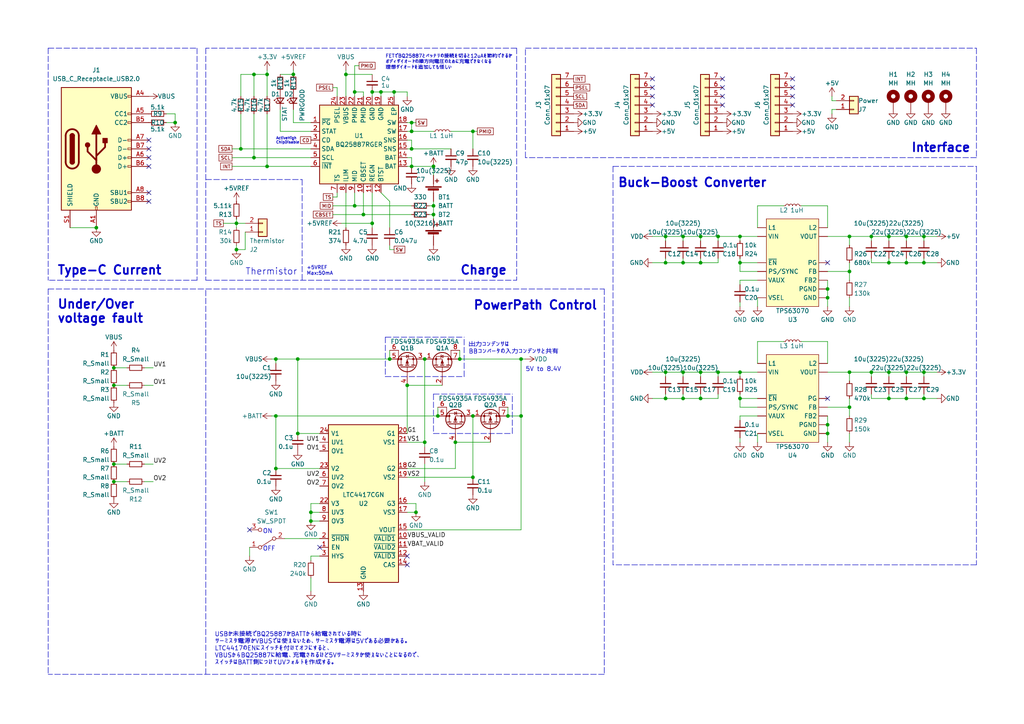
<source format=kicad_sch>
(kicad_sch (version 20211123) (generator eeschema)
  (paper "A4")
  (junction (at 257.81 115.57))
  (junction (at 119.38 38.1))
  (junction (at 262.89 115.57))
  (junction (at 262.89 68.58))
  (junction (at 120.65 148.59))
  (junction (at 262.89 76.2))
  (junction (at 257.81 68.58))
  (junction (at 198.12 115.57))
  (junction (at 119.38 48.26))
  (junction (at 119.38 35.56))
  (junction (at 100.33 21.59))
  (junction (at 113.03 104.14))
  (junction (at 33.02 139.7))
  (junction (at 240.03 125.73))
  (junction (at 151.13 120.65))
  (junction (at 198.12 76.2))
  (junction (at 198.12 107.95))
  (junction (at 257.81 76.2))
  (junction (at 267.97 68.58))
  (junction (at 246.38 118.11))
  (junction (at 110.49 26.67))
  (junction (at 203.2 107.95))
  (junction (at 203.2 115.57))
  (junction (at 246.38 68.58))
  (junction (at 114.3 26.67))
  (junction (at 125.73 48.26))
  (junction (at 123.19 128.27))
  (junction (at 118.11 111.76))
  (junction (at 208.28 68.58))
  (junction (at 198.12 68.58))
  (junction (at 107.95 64.77))
  (junction (at 203.2 68.58))
  (junction (at 102.87 26.67))
  (junction (at 193.04 115.57))
  (junction (at 193.04 76.2))
  (junction (at 208.28 107.95))
  (junction (at 73.66 21.59))
  (junction (at 214.63 76.2))
  (junction (at 33.02 134.62))
  (junction (at 193.04 68.58))
  (junction (at 246.38 107.95))
  (junction (at 252.73 107.95))
  (junction (at 50.8 35.56))
  (junction (at 73.66 45.72))
  (junction (at 137.16 38.1))
  (junction (at 257.81 107.95))
  (junction (at 262.89 107.95))
  (junction (at 80.01 120.65))
  (junction (at 214.63 107.95))
  (junction (at 80.01 135.89))
  (junction (at 137.16 120.65))
  (junction (at 86.36 104.14))
  (junction (at 119.38 43.18))
  (junction (at 137.16 138.43))
  (junction (at 105.41 62.23))
  (junction (at 252.73 68.58))
  (junction (at 85.09 21.59))
  (junction (at 203.2 76.2))
  (junction (at 80.01 104.14))
  (junction (at 33.02 111.76))
  (junction (at 151.13 104.14))
  (junction (at 77.47 21.59))
  (junction (at 27.94 66.04))
  (junction (at 133.35 104.14))
  (junction (at 214.63 115.57))
  (junction (at 132.08 128.27))
  (junction (at 90.17 148.59))
  (junction (at 123.19 104.14))
  (junction (at 68.58 72.39))
  (junction (at 240.03 83.82))
  (junction (at 267.97 115.57))
  (junction (at 125.73 59.69))
  (junction (at 90.17 151.13))
  (junction (at 125.73 62.23))
  (junction (at 267.97 76.2))
  (junction (at 127 120.65))
  (junction (at 86.36 125.73))
  (junction (at 77.47 48.26))
  (junction (at 69.85 43.18))
  (junction (at 240.03 123.19))
  (junction (at 147.32 120.65))
  (junction (at 68.58 64.77))
  (junction (at 102.87 59.69))
  (junction (at 240.03 86.36))
  (junction (at 107.95 26.67))
  (junction (at 193.04 107.95))
  (junction (at 267.97 107.95))
  (junction (at 246.38 78.74))
  (junction (at 33.02 106.68))
  (junction (at 214.63 68.58))
  (no_connect (at 229.87 25.4))
  (no_connect (at 189.23 22.86))
  (no_connect (at 43.18 48.26))
  (no_connect (at 118.11 163.83))
  (no_connect (at 229.87 22.86))
  (no_connect (at 72.39 153.67))
  (no_connect (at 189.23 25.4))
  (no_connect (at 189.23 30.48))
  (no_connect (at 209.55 25.4))
  (no_connect (at 209.55 30.48))
  (no_connect (at 240.03 76.2))
  (no_connect (at 43.18 43.18))
  (no_connect (at 209.55 22.86))
  (no_connect (at 118.11 161.29))
  (no_connect (at 189.23 27.94))
  (no_connect (at 229.87 27.94))
  (no_connect (at 43.18 58.42))
  (no_connect (at 209.55 27.94))
  (no_connect (at 92.71 158.75))
  (no_connect (at 229.87 30.48))
  (no_connect (at 43.18 55.88))
  (no_connect (at 43.18 40.64))
  (no_connect (at 43.18 45.72))
  (no_connect (at 240.03 115.57))
  (wire (pts (xy 271.78 76.2) (xy 267.97 76.2)))
  (wire (pts (xy 118.11 40.64) (xy 119.38 40.64)))
  (wire (pts (xy 232.41 59.69) (xy 240.03 59.69)))
  (wire (pts (xy 246.38 107.95) (xy 246.38 110.49)))
  (wire (pts (xy 68.58 64.77) (xy 68.58 66.04)))
  (wire (pts (xy 107.95 27.94) (xy 107.95 26.67)))
  (wire (pts (xy 252.73 115.57) (xy 252.73 114.3)))
  (wire (pts (xy 198.12 115.57) (xy 203.2 115.57)))
  (wire (pts (xy 119.38 35.56) (xy 119.38 38.1)))
  (wire (pts (xy 102.87 27.94) (xy 102.87 26.67)))
  (wire (pts (xy 198.12 76.2) (xy 203.2 76.2)))
  (wire (pts (xy 132.08 128.27) (xy 142.24 128.27)))
  (wire (pts (xy 114.3 26.67) (xy 114.3 27.94)))
  (wire (pts (xy 240.03 99.06) (xy 240.03 105.41)))
  (polyline (pts (xy 152.4 13.97) (xy 283.21 13.97)))
  (wire (pts (xy 240.03 86.36) (xy 240.03 88.9)))
  (wire (pts (xy 81.28 21.59) (xy 85.09 21.59)))
  (wire (pts (xy 125.73 50.8) (xy 125.73 48.26)))
  (wire (pts (xy 267.97 74.93) (xy 267.97 76.2)))
  (wire (pts (xy 203.2 76.2) (xy 203.2 74.93)))
  (wire (pts (xy 107.95 64.77) (xy 107.95 66.04)))
  (wire (pts (xy 77.47 33.02) (xy 77.47 48.26)))
  (wire (pts (xy 119.38 48.26) (xy 118.11 48.26)))
  (wire (pts (xy 241.3 31.75) (xy 242.57 31.75)))
  (wire (pts (xy 125.73 59.69) (xy 125.73 62.23)))
  (wire (pts (xy 246.38 68.58) (xy 252.73 68.58)))
  (wire (pts (xy 214.63 121.92) (xy 214.63 120.65)))
  (wire (pts (xy 125.73 58.42) (xy 125.73 59.69)))
  (wire (pts (xy 86.36 104.14) (xy 113.03 104.14)))
  (wire (pts (xy 85.09 20.32) (xy 85.09 21.59)))
  (wire (pts (xy 246.38 88.9) (xy 246.38 86.36)))
  (wire (pts (xy 219.71 86.36) (xy 219.71 88.9)))
  (wire (pts (xy 77.47 48.26) (xy 90.17 48.26)))
  (wire (pts (xy 198.12 115.57) (xy 198.12 114.3)))
  (wire (pts (xy 203.2 115.57) (xy 203.2 114.3)))
  (wire (pts (xy 214.63 78.74) (xy 219.71 78.74)))
  (wire (pts (xy 214.63 68.58) (xy 219.71 68.58)))
  (wire (pts (xy 113.03 104.14) (xy 113.03 101.6)))
  (wire (pts (xy 102.87 55.88) (xy 102.87 59.69)))
  (wire (pts (xy 198.12 107.95) (xy 203.2 107.95)))
  (wire (pts (xy 33.02 106.68) (xy 36.83 106.68)))
  (wire (pts (xy 69.85 21.59) (xy 69.85 27.94)))
  (wire (pts (xy 80.01 135.89) (xy 92.71 135.89)))
  (wire (pts (xy 85.09 31.75) (xy 85.09 35.56)))
  (wire (pts (xy 105.41 62.23) (xy 119.38 62.23)))
  (wire (pts (xy 69.85 33.02) (xy 69.85 43.18)))
  (wire (pts (xy 219.71 59.69) (xy 227.33 59.69)))
  (wire (pts (xy 73.66 45.72) (xy 90.17 45.72)))
  (wire (pts (xy 69.85 43.18) (xy 90.17 43.18)))
  (wire (pts (xy 198.12 76.2) (xy 198.12 74.93)))
  (wire (pts (xy 105.41 62.23) (xy 105.41 55.88)))
  (wire (pts (xy 219.71 66.04) (xy 219.71 59.69)))
  (wire (pts (xy 147.32 120.65) (xy 151.13 120.65)))
  (wire (pts (xy 73.66 33.02) (xy 73.66 45.72)))
  (wire (pts (xy 110.49 26.67) (xy 110.49 27.94)))
  (wire (pts (xy 208.28 68.58) (xy 214.63 68.58)))
  (wire (pts (xy 100.33 21.59) (xy 100.33 27.94)))
  (wire (pts (xy 214.63 68.58) (xy 214.63 69.85)))
  (wire (pts (xy 100.33 21.59) (xy 107.95 21.59)))
  (wire (pts (xy 240.03 118.11) (xy 246.38 118.11)))
  (polyline (pts (xy 175.26 195.58) (xy 13.97 195.58)))
  (polyline (pts (xy 175.26 83.82) (xy 175.26 195.58)))
  (wire (pts (xy 113.03 72.39) (xy 114.3 72.39)))
  (wire (pts (xy 214.63 120.65) (xy 219.71 120.65)))
  (wire (pts (xy 262.89 114.3) (xy 262.89 115.57)))
  (wire (pts (xy 96.52 62.23) (xy 105.41 62.23)))
  (wire (pts (xy 257.81 76.2) (xy 252.73 76.2)))
  (wire (pts (xy 68.58 64.77) (xy 71.12 64.77)))
  (wire (pts (xy 240.03 83.82) (xy 240.03 86.36)))
  (wire (pts (xy 214.63 114.3) (xy 214.63 115.57)))
  (wire (pts (xy 137.16 138.43) (xy 137.16 120.65)))
  (wire (pts (xy 252.73 107.95) (xy 252.73 109.22)))
  (polyline (pts (xy 283.21 163.83) (xy 177.8 163.83)))
  (wire (pts (xy 246.38 81.28) (xy 246.38 78.74)))
  (polyline (pts (xy 13.97 13.97) (xy 13.97 81.28)))
  (wire (pts (xy 267.97 114.3) (xy 267.97 115.57)))
  (wire (pts (xy 193.04 109.22) (xy 193.04 107.95)))
  (wire (pts (xy 110.49 55.88) (xy 113.03 58.42)))
  (polyline (pts (xy 152.4 45.72) (xy 152.4 13.97)))
  (wire (pts (xy 262.89 107.95) (xy 267.97 107.95)))
  (wire (pts (xy 208.28 115.57) (xy 208.28 114.3)))
  (wire (pts (xy 123.19 134.62) (xy 123.19 139.7)))
  (wire (pts (xy 107.95 26.67) (xy 110.49 26.67)))
  (wire (pts (xy 77.47 27.94) (xy 77.47 21.59)))
  (polyline (pts (xy 13.97 13.97) (xy 57.15 13.97)))
  (wire (pts (xy 119.38 35.56) (xy 120.65 35.56)))
  (wire (pts (xy 78.74 104.14) (xy 80.01 104.14)))
  (wire (pts (xy 20.32 66.04) (xy 27.94 66.04)))
  (wire (pts (xy 246.38 78.74) (xy 246.38 76.2)))
  (wire (pts (xy 102.87 59.69) (xy 119.38 59.69)))
  (wire (pts (xy 252.73 68.58) (xy 252.73 69.85)))
  (wire (pts (xy 208.28 109.22) (xy 208.28 107.95)))
  (wire (pts (xy 147.32 118.11) (xy 147.32 120.65)))
  (wire (pts (xy 41.91 106.68) (xy 44.45 106.68)))
  (wire (pts (xy 271.78 115.57) (xy 267.97 115.57)))
  (wire (pts (xy 130.81 43.18) (xy 119.38 43.18)))
  (polyline (pts (xy 111.76 109.22) (xy 134.62 109.22)))
  (wire (pts (xy 78.74 120.65) (xy 80.01 120.65)))
  (polyline (pts (xy 125.73 114.3) (xy 148.59 114.3)))
  (wire (pts (xy 48.26 35.56) (xy 50.8 35.56)))
  (wire (pts (xy 189.23 68.58) (xy 193.04 68.58)))
  (wire (pts (xy 80.01 104.14) (xy 86.36 104.14)))
  (wire (pts (xy 240.03 107.95) (xy 246.38 107.95)))
  (wire (pts (xy 214.63 81.28) (xy 219.71 81.28)))
  (wire (pts (xy 214.63 74.93) (xy 214.63 76.2)))
  (wire (pts (xy 193.04 115.57) (xy 193.04 114.3)))
  (wire (pts (xy 133.35 104.14) (xy 151.13 104.14)))
  (wire (pts (xy 69.85 21.59) (xy 73.66 21.59)))
  (wire (pts (xy 208.28 76.2) (xy 208.28 74.93)))
  (wire (pts (xy 33.02 139.7) (xy 36.83 139.7)))
  (wire (pts (xy 118.11 128.27) (xy 123.19 128.27)))
  (wire (pts (xy 214.63 127) (xy 214.63 128.27)))
  (wire (pts (xy 240.03 68.58) (xy 246.38 68.58)))
  (wire (pts (xy 214.63 115.57) (xy 214.63 118.11)))
  (wire (pts (xy 77.47 20.32) (xy 77.47 21.59)))
  (wire (pts (xy 113.03 71.12) (xy 113.03 72.39)))
  (wire (pts (xy 86.36 125.73) (xy 86.36 104.14)))
  (wire (pts (xy 133.35 101.6) (xy 133.35 104.14)))
  (polyline (pts (xy 13.97 83.82) (xy 13.97 195.58)))
  (wire (pts (xy 124.46 62.23) (xy 125.73 62.23)))
  (wire (pts (xy 262.89 76.2) (xy 257.81 76.2)))
  (wire (pts (xy 252.73 107.95) (xy 257.81 107.95)))
  (polyline (pts (xy 149.86 13.97) (xy 149.86 81.28)))
  (polyline (pts (xy 87.63 52.07) (xy 87.63 81.28)))
  (wire (pts (xy 246.38 118.11) (xy 246.38 115.57)))
  (wire (pts (xy 119.38 38.1) (xy 118.11 38.1)))
  (wire (pts (xy 219.71 125.73) (xy 219.71 128.27)))
  (wire (pts (xy 119.38 48.26) (xy 125.73 48.26)))
  (wire (pts (xy 73.66 21.59) (xy 73.66 27.94)))
  (wire (pts (xy 97.79 57.15) (xy 96.52 57.15)))
  (wire (pts (xy 267.97 115.57) (xy 262.89 115.57)))
  (wire (pts (xy 193.04 107.95) (xy 198.12 107.95)))
  (wire (pts (xy 118.11 138.43) (xy 137.16 138.43)))
  (wire (pts (xy 113.03 58.42) (xy 113.03 66.04)))
  (wire (pts (xy 246.38 120.65) (xy 246.38 118.11)))
  (polyline (pts (xy 59.69 195.58) (xy 59.69 83.82)))
  (wire (pts (xy 137.16 38.1) (xy 137.16 43.18)))
  (wire (pts (xy 80.01 104.14) (xy 80.01 105.41)))
  (wire (pts (xy 203.2 68.58) (xy 208.28 68.58)))
  (wire (pts (xy 203.2 107.95) (xy 208.28 107.95)))
  (wire (pts (xy 257.81 107.95) (xy 257.81 109.22)))
  (wire (pts (xy 137.16 38.1) (xy 138.43 38.1)))
  (wire (pts (xy 127 120.65) (xy 127 118.11)))
  (wire (pts (xy 81.28 38.1) (xy 90.17 38.1)))
  (polyline (pts (xy 283.21 45.72) (xy 152.4 45.72)))
  (wire (pts (xy 262.89 115.57) (xy 257.81 115.57)))
  (wire (pts (xy 214.63 107.95) (xy 219.71 107.95)))
  (wire (pts (xy 102.87 26.67) (xy 105.41 26.67)))
  (wire (pts (xy 240.03 81.28) (xy 240.03 83.82)))
  (wire (pts (xy 102.87 19.05) (xy 102.87 26.67)))
  (wire (pts (xy 41.91 111.76) (xy 44.45 111.76)))
  (wire (pts (xy 208.28 69.85) (xy 208.28 68.58)))
  (polyline (pts (xy 13.97 83.82) (xy 175.26 83.82)))
  (wire (pts (xy 97.79 27.94) (xy 97.79 25.4)))
  (polyline (pts (xy 57.15 13.97) (xy 57.15 81.28)))
  (wire (pts (xy 198.12 109.22) (xy 198.12 107.95)))
  (wire (pts (xy 67.31 45.72) (xy 73.66 45.72)))
  (wire (pts (xy 240.03 78.74) (xy 246.38 78.74)))
  (wire (pts (xy 257.81 114.3) (xy 257.81 115.57)))
  (wire (pts (xy 130.81 38.1) (xy 137.16 38.1)))
  (wire (pts (xy 208.28 76.2) (xy 203.2 76.2)))
  (polyline (pts (xy 177.8 48.26) (xy 283.21 48.26)))
  (wire (pts (xy 67.31 48.26) (xy 77.47 48.26)))
  (wire (pts (xy 97.79 55.88) (xy 97.79 57.15)))
  (wire (pts (xy 189.23 76.2) (xy 193.04 76.2)))
  (polyline (pts (xy 59.69 52.07) (xy 87.63 52.07)))
  (wire (pts (xy 97.79 25.4) (xy 96.52 25.4)))
  (polyline (pts (xy 177.8 48.26) (xy 177.8 163.83)))
  (wire (pts (xy 118.11 111.76) (xy 128.27 111.76)))
  (wire (pts (xy 208.28 107.95) (xy 214.63 107.95)))
  (wire (pts (xy 219.71 99.06) (xy 227.33 99.06)))
  (wire (pts (xy 240.03 59.69) (xy 240.03 66.04)))
  (wire (pts (xy 267.97 68.58) (xy 271.78 68.58)))
  (wire (pts (xy 67.31 43.18) (xy 69.85 43.18)))
  (wire (pts (xy 208.28 115.57) (xy 203.2 115.57)))
  (wire (pts (xy 119.38 38.1) (xy 125.73 38.1)))
  (wire (pts (xy 119.38 40.64) (xy 119.38 43.18)))
  (wire (pts (xy 118.11 135.89) (xy 132.08 135.89)))
  (wire (pts (xy 118.11 153.67) (xy 151.13 153.67)))
  (polyline (pts (xy 111.76 97.79) (xy 134.62 97.79)))
  (wire (pts (xy 44.45 134.62) (xy 41.91 134.62)))
  (wire (pts (xy 102.87 59.69) (xy 96.52 59.69)))
  (wire (pts (xy 203.2 109.22) (xy 203.2 107.95)))
  (wire (pts (xy 110.49 26.67) (xy 114.3 26.67)))
  (wire (pts (xy 252.73 76.2) (xy 252.73 74.93)))
  (wire (pts (xy 267.97 68.58) (xy 267.97 69.85)))
  (wire (pts (xy 214.63 76.2) (xy 214.63 78.74)))
  (wire (pts (xy 92.71 146.05) (xy 90.17 146.05)))
  (wire (pts (xy 90.17 161.29) (xy 92.71 161.29)))
  (polyline (pts (xy 283.21 13.97) (xy 283.21 45.72)))
  (wire (pts (xy 241.3 27.94) (xy 241.3 29.21)))
  (wire (pts (xy 198.12 69.85) (xy 198.12 68.58)))
  (wire (pts (xy 214.63 76.2) (xy 219.71 76.2)))
  (wire (pts (xy 90.17 148.59) (xy 92.71 148.59)))
  (wire (pts (xy 214.63 87.63) (xy 214.63 88.9)))
  (polyline (pts (xy 149.86 13.97) (xy 59.69 13.97)))
  (wire (pts (xy 203.2 69.85) (xy 203.2 68.58)))
  (polyline (pts (xy 111.76 97.79) (xy 111.76 109.22)))
  (wire (pts (xy 267.97 76.2) (xy 262.89 76.2)))
  (wire (pts (xy 151.13 153.67) (xy 151.13 120.65)))
  (wire (pts (xy 82.55 156.21) (xy 92.71 156.21)))
  (wire (pts (xy 90.17 146.05) (xy 90.17 148.59)))
  (wire (pts (xy 132.08 135.89) (xy 132.08 128.27)))
  (wire (pts (xy 123.19 128.27) (xy 123.19 104.14)))
  (wire (pts (xy 257.81 107.95) (xy 262.89 107.95)))
  (wire (pts (xy 124.46 59.69) (xy 125.73 59.69)))
  (wire (pts (xy 99.06 64.77) (xy 107.95 64.77)))
  (wire (pts (xy 71.12 72.39) (xy 68.58 72.39)))
  (wire (pts (xy 189.23 115.57) (xy 193.04 115.57)))
  (wire (pts (xy 232.41 99.06) (xy 240.03 99.06)))
  (wire (pts (xy 214.63 107.95) (xy 214.63 109.22)))
  (wire (pts (xy 240.03 120.65) (xy 240.03 123.19)))
  (wire (pts (xy 262.89 74.93) (xy 262.89 76.2)))
  (wire (pts (xy 90.17 162.56) (xy 90.17 161.29)))
  (wire (pts (xy 198.12 68.58) (xy 203.2 68.58)))
  (wire (pts (xy 100.33 55.88) (xy 100.33 66.04)))
  (wire (pts (xy 240.03 123.19) (xy 240.03 125.73)))
  (wire (pts (xy 50.8 33.02) (xy 50.8 35.56)))
  (wire (pts (xy 257.81 68.58) (xy 257.81 69.85)))
  (wire (pts (xy 151.13 120.65) (xy 151.13 104.14)))
  (wire (pts (xy 257.81 68.58) (xy 262.89 68.58)))
  (wire (pts (xy 68.58 63.5) (xy 68.58 64.77)))
  (wire (pts (xy 125.73 62.23) (xy 125.73 63.5)))
  (wire (pts (xy 90.17 151.13) (xy 92.71 151.13)))
  (wire (pts (xy 118.11 146.05) (xy 120.65 146.05)))
  (wire (pts (xy 241.3 33.02) (xy 241.3 31.75)))
  (wire (pts (xy 118.11 148.59) (xy 120.65 148.59)))
  (polyline (pts (xy 125.73 125.73) (xy 148.59 125.73)))
  (polyline (pts (xy 57.15 81.28) (xy 13.97 81.28)))
  (wire (pts (xy 193.04 115.57) (xy 198.12 115.57)))
  (wire (pts (xy 81.28 31.75) (xy 81.28 38.1)))
  (polyline (pts (xy 148.59 125.73) (xy 148.59 114.3)))
  (wire (pts (xy 246.38 68.58) (xy 246.38 71.12)))
  (wire (pts (xy 189.23 107.95) (xy 193.04 107.95)))
  (wire (pts (xy 85.09 35.56) (xy 90.17 35.56)))
  (wire (pts (xy 246.38 107.95) (xy 252.73 107.95)))
  (wire (pts (xy 267.97 107.95) (xy 267.97 109.22)))
  (wire (pts (xy 257.81 74.93) (xy 257.81 76.2)))
  (wire (pts (xy 246.38 128.27) (xy 246.38 125.73)))
  (wire (pts (xy 214.63 82.55) (xy 214.63 81.28)))
  (wire (pts (xy 100.33 20.32) (xy 100.33 21.59)))
  (wire (pts (xy 214.63 115.57) (xy 219.71 115.57)))
  (wire (pts (xy 267.97 107.95) (xy 271.78 107.95)))
  (wire (pts (xy 105.41 26.67) (xy 105.41 27.94)))
  (wire (pts (xy 64.77 64.77) (xy 68.58 64.77)))
  (wire (pts (xy 92.71 125.73) (xy 86.36 125.73)))
  (wire (pts (xy 252.73 68.58) (xy 257.81 68.58)))
  (wire (pts (xy 119.38 45.72) (xy 119.38 48.26)))
  (wire (pts (xy 152.4 104.14) (xy 151.13 104.14)))
  (polyline (pts (xy 125.73 114.3) (xy 125.73 125.73)))
  (wire (pts (xy 114.3 26.67) (xy 118.11 26.67)))
  (wire (pts (xy 193.04 68.58) (xy 198.12 68.58)))
  (wire (pts (xy 214.63 118.11) (xy 219.71 118.11)))
  (polyline (pts (xy 283.21 48.26) (xy 283.21 163.83)))
  (polyline (pts (xy 59.69 13.97) (xy 59.69 81.28)))
  (wire (pts (xy 262.89 68.58) (xy 267.97 68.58)))
  (wire (pts (xy 119.38 45.72) (xy 118.11 45.72)))
  (wire (pts (xy 104.14 19.05) (xy 102.87 19.05)))
  (wire (pts (xy 257.81 115.57) (xy 252.73 115.57)))
  (wire (pts (xy 219.71 105.41) (xy 219.71 99.06)))
  (wire (pts (xy 80.01 120.65) (xy 127 120.65)))
  (wire (pts (xy 90.17 167.64) (xy 90.17 171.45)))
  (wire (pts (xy 118.11 35.56) (xy 119.38 35.56)))
  (polyline (pts (xy 134.62 109.22) (xy 134.62 97.79)))
  (wire (pts (xy 44.45 139.7) (xy 41.91 139.7)))
  (wire (pts (xy 73.66 21.59) (xy 77.47 21.59)))
  (wire (pts (xy 118.11 111.76) (xy 118.11 125.73)))
  (wire (pts (xy 193.04 76.2) (xy 193.04 74.93)))
  (wire (pts (xy 241.3 29.21) (xy 242.57 29.21)))
  (wire (pts (xy 118.11 26.67) (xy 118.11 27.94)))
  (polyline (pts (xy 59.69 81.28) (xy 149.86 81.28)))
  (wire (pts (xy 80.01 135.89) (xy 80.01 120.65)))
  (wire (pts (xy 119.38 43.18) (xy 118.11 43.18)))
  (wire (pts (xy 48.26 33.02) (xy 50.8 33.02)))
  (wire (pts (xy 107.95 55.88) (xy 107.95 64.77)))
  (wire (pts (xy 68.58 72.39) (xy 68.58 71.12)))
  (wire (pts (xy 123.19 129.54) (xy 123.19 128.27)))
  (wire (pts (xy 193.04 69.85) (xy 193.04 68.58)))
  (wire (pts (xy 72.39 158.75) (xy 72.39 161.29)))
  (wire (pts (xy 240.03 125.73) (xy 240.03 128.27)))
  (wire (pts (xy 262.89 68.58) (xy 262.89 69.85)))
  (wire (pts (xy 71.12 67.31) (xy 71.12 72.39)))
  (wire (pts (xy 33.02 134.62) (xy 36.83 134.62)))
  (wire (pts (xy 262.89 107.95) (xy 262.89 109.22)))
  (wire (pts (xy 193.04 76.2) (xy 198.12 76.2)))
  (wire (pts (xy 33.02 111.76) (xy 36.83 111.76)))
  (wire (pts (xy 90.17 148.59) (xy 90.17 151.13)))
  (wire (pts (xy 120.65 146.05) (xy 120.65 148.59)))
  (text "ON" (at 76.2 154.94 0) (effects (font (size 1.27 1.27)) (justify left bottom)))
  (text "出力コンデンサは\nBBコンバータの入力コンデンサと共有" (at 135.89 102.87 0) (effects (font (size 1.27 1.27)) (justify left bottom)))
  (text "USBが未接続でBQ25887がBATTから給電されている時に\nサーミスタ電源がVBUSでは使えないため、サーミスタ電源は5Vである必要がある。\nLTC4417のENにスイッチを付けてオフにすると、\nVBUSからBQ25887に給電、充電されるけど5Vサーミスタが使えないことになるので、\nスイッチはBATT側につけてUVフォルトを作成する。" (at 62.23 193.04 0) (effects (font (size 1.27 1.27)) (justify left bottom)))
  (text "Thermistor" (at 71.12 80.01 0) (effects (font (size 1.905 1.905)) (justify left bottom)))
  (text "ActiveHigh\nChipDisable" (at 80.01 41.91 0) (effects (font (size 0.762 0.762)) (justify left bottom)))
  (text "Interface" (at 264.16 44.45 0) (effects (font (size 2.54 2.54) (thickness 0.508) bold) (justify left bottom)))
  (text "Type-C Current" (at 16.51 80.01 0) (effects (font (size 2.54 2.54) (thickness 0.508) bold) (justify left bottom)))
  (text "OFF" (at 76.2 160.02 0) (effects (font (size 1.27 1.27)) (justify left bottom)))
  (text "+5VREF\nMax:50mA" (at 88.9 80.01 0) (effects (font (size 1.016 1.016)) (justify left bottom)))
  (text "Under/Over\nvoltage fault" (at 16.51 93.98 0) (effects (font (size 2.54 2.54) (thickness 0.508) bold) (justify left bottom)))
  (text "FETでBQ25887とバッテリの接続を切ると12uAを節約できるが\nボディダイオードの順方向電圧のために充電できなくなる\n理想ダイオードを追加しても怪しい" (at 111.76 20.32 0) (effects (font (size 1.016 1.016)) (justify left bottom)))
  (text "Buck-Boost Converter" (at 179.07 54.61 0) (effects (font (size 2.54 2.54) (thickness 0.508) bold) (justify left bottom)))
  (text "PowerPath Control" (at 137.16 90.17 0) (effects (font (size 2.54 2.54) (thickness 0.508) bold) (justify left bottom)))
  (text "5V to 8.4V" (at 152.4 107.95 0) (effects (font (size 1.27 1.27)) (justify left bottom)))
  (text "Charge" (at 133.35 80.01 0) (effects (font (size 2.54 2.54) (thickness 0.508) bold) (justify left bottom)))
  (label "VBUS_VALID" (at 118.11 156.21 0))
  (label "VBAT_VALID" (at 118.11 158.75 0))
  (label "VS2" (at 118.11 138.43 0))
  (label "UV2" (at 92.71 138.43 180))
  (label "G2" (at 118.11 135.89 0))
  (label "G1" (at 118.11 125.73 0))
  (label "OV2" (at 92.71 140.97 180))
  (label "OV1" (at 44.45 111.76 0))
  (label "VS1" (at 118.11 128.27 0))
  (label "OV1" (at 92.71 130.81 180))
  (label "UV2" (at 44.45 134.62 0))
  (label "UV1" (at 92.71 128.27 180))
  (label "OV2" (at 44.45 139.7 0))
  (label "UV1" (at 44.45 106.68 0))
  (global_label "INT" (shape passive) (at 67.31 48.26 180) (effects (font (size 1 1))) (property "Intersheet References" "${INTERSHEET_REFS}" (effects hide)))
  (global_label "TS" (shape passive) (at 96.52 57.15 180) (effects (font (size 1 1))) (property "Intersheet References" "${INTERSHEET_REFS}" (effects hide)))
  (global_label "PMID" (shape passive) (at 138.43 38.1 0) (effects (font (size 1 1))) (property "Intersheet References" "${INTERSHEET_REFS}" (effects hide)))
  (global_label "CD" (shape passive) (at 90.17 40.64 180) (effects (font (size 1 1))) (property "Intersheet References" "${INTERSHEET_REFS}" (effects hide)))
  (global_label "PMID" (shape passive) (at 104.14 19.05 0) (effects (font (size 1 1))) (property "Intersheet References" "${INTERSHEET_REFS}" (effects hide)))
  (global_label "SW" (shape passive) (at 114.3 72.39 0) (effects (font (size 1 1))) (property "Intersheet References" "${INTERSHEET_REFS}" (effects hide)))
  (global_label "SDA" (shape passive) (at 67.31 43.18 180) (effects (font (size 1 1))) (property "Intersheet References" "${INTERSHEET_REFS}" (effects hide)))
  (global_label "PSEL" (shape passive) (at 96.52 25.4 180) (effects (font (size 1 1))) (property "Intersheet References" "${INTERSHEET_REFS}" (effects hide)))
  (global_label "TS" (shape passive) (at 64.77 64.77 180) (effects (font (size 1 1))) (property "Intersheet References" "${INTERSHEET_REFS}" (effects hide)))
  (global_label "INT" (shape passive) (at 166.37 22.86 0) (effects (font (size 1 1))) (property "Intersheet References" "${INTERSHEET_REFS}" (effects hide)))
  (global_label "SDA" (shape passive) (at 166.37 30.48 0) (effects (font (size 1 1))) (property "Intersheet References" "${INTERSHEET_REFS}" (effects hide)))
  (global_label "SW" (shape passive) (at 120.65 35.56 0) (effects (font (size 1 1))) (property "Intersheet References" "${INTERSHEET_REFS}" (effects hide)))
  (global_label "PSEL" (shape passive) (at 166.37 25.4 0) (effects (font (size 1 1))) (property "Intersheet References" "${INTERSHEET_REFS}" (effects hide)))
  (global_label "CBSET" (shape passive) (at 96.52 62.23 180) (effects (font (size 1 1))) (property "Intersheet References" "${INTERSHEET_REFS}" (effects hide)))
  (global_label "MID" (shape passive) (at 96.52 59.69 180) (effects (font (size 1 1))) (property "Intersheet References" "${INTERSHEET_REFS}" (effects hide)))
  (global_label "SCL" (shape passive) (at 67.31 45.72 180) (effects (font (size 1 1))) (property "Intersheet References" "${INTERSHEET_REFS}" (effects hide)))
  (global_label "SCL" (shape passive) (at 166.37 27.94 0) (effects (font (size 1 1))) (property "Intersheet References" "${INTERSHEET_REFS}" (effects hide)))
  (symbol (lib_id "Mechanical:MountingHole_Pad") (at 269.24 29.21 0) (unit 1)
    (property "Reference" "H3" (at 269.24 21.59 0))
    (property "Value" "MH" (at 269.24 24.13 0))
    (property "Footprint" "MountingHole:MountingHole_2.2mm_M2_Pad_Via" (effects hide))
  )
  (symbol (lib_id "power:GND") (at 259.08 31.75 0) (unit 1)
    (property "Reference" "#PWR061" (effects hide))
    (property "Value" "GND" (at 259.08 35.56 0))
  )
  (symbol (lib_id "Device:R_Small") (at 121.92 59.69 270) (unit 1)
    (property "Reference" "R22" (at 121.92 59.69 90))
    (property "Value" "330" (at 121.92 57.15 90))
    (property "Footprint" "Resistor_SMD:R_0603_1608Metric" (effects hide))
  )
  (symbol (lib_id "Device:C_Small") (at 203.2 72.39 0) (unit 1)
    (property "Reference" "C16" (at 205.74 73.66 0))
    (property "Value" "10u(3225)" (at 203.2 67.31 0))
    (property "Footprint" "Capacitor_SMD:C_1210_3225Metric" (effects hide))
  )
  (symbol (lib_id "power:GND") (at 72.39 161.29 0) (unit 1)
    (property "Reference" "#PWR01" (effects hide))
    (property "Value" "GND" (at 72.39 165.1 0))
  )
  (symbol (lib_id "Power_Management:LTC4417CGN") (at 105.41 146.05 0) (unit 1)
    (property "Reference" "U2" (at 105.41 146.05 0))
    (property "Value" "LTC4417CGN" (at 105.41 143.51 0))
    (property "Footprint" "Package_SO:SSOP-24_3.9x8.7mm_P0.635mm" (effects hide))
    (property "Datasheet" "https://www.analog.com/media/en/technical-documentation/data-sheets/4417f.pdf" (effects hide))
  )
  (symbol (lib_id "Device:R_Small") (at 214.63 72.39 0) (mirror x) (unit 1)
    (property "Reference" "R24" (at 215.9 73.66 0) (effects (justify left)))
    (property "Value" "10k" (at 215.9 71.12 0) (effects (justify left)))
    (property "Footprint" "Resistor_SMD:R_0603_1608Metric" (effects hide))
  )
  (symbol (lib_id "power:GND") (at 90.17 151.13 0) (unit 1)
    (property "Reference" "#PWR018" (effects hide))
    (property "Value" "GND" (at 90.17 154.94 0))
  )
  (symbol (lib_id "power:GND") (at 271.78 115.57 90) (unit 1)
    (property "Reference" "#PWR067" (effects hide))
    (property "Value" "GND" (at 274.32 115.57 90) (effects (justify right)))
  )
  (symbol (lib_id "Device:LED_Small") (at 81.28 29.21 90) (unit 1)
    (property "Reference" "D1" (at 81.28 27.305 90) (effects (justify left)))
    (property "Value" "STAT" (at 82.55 33.02 0))
    (property "Footprint" "LED_SMD:LED_0603_1608Metric" (effects hide))
  )
  (symbol (lib_id "Device:R_Small") (at 85.09 24.13 180) (unit 1)
    (property "Reference" "R19" (at 85.09 24.13 90))
    (property "Value" "1k" (at 83.185 24.13 90))
    (property "Footprint" "Resistor_SMD:R_0603_1608Metric" (effects hide))
  )
  (symbol (lib_id "Device:R_Small") (at 214.63 111.76 0) (mirror x) (unit 1)
    (property "Reference" "R25" (at 215.9 113.03 0) (effects (justify left)))
    (property "Value" "10k" (at 215.9 110.49 0) (effects (justify left)))
    (property "Footprint" "Resistor_SMD:R_0603_1608Metric" (effects hide))
  )
  (symbol (lib_id "Device:C_Small") (at 214.63 85.09 0) (mirror y) (unit 1)
    (property "Reference" "C20" (at 215.9 86.36 0) (effects (justify right)))
    (property "Value" "0.1u" (at 215.9 83.82 0) (effects (justify right)))
    (property "Footprint" "Capacitor_SMD:C_0603_1608Metric" (effects hide))
  )
  (symbol (lib_id "power:GND") (at 240.03 128.27 0) (unit 1)
    (property "Reference" "#PWR056" (effects hide))
    (property "Value" "GND" (at 240.03 132.08 0))
  )
  (symbol (lib_id "Device:R_Small") (at 90.17 165.1 0) (mirror y) (unit 1)
    (property "Reference" "R20" (at 88.9 163.83 0) (effects (justify left)))
    (property "Value" "240k" (at 88.9 166.37 0) (effects (justify left)))
    (property "Footprint" "Resistor_SMD:R_0603_1608Metric" (effects hide))
  )
  (symbol (lib_id "Device:C_Small") (at 193.04 72.39 0) (unit 1)
    (property "Reference" "C12" (at 195.58 73.66 0))
    (property "Value" "10u(3225)" (at 193.04 67.31 0))
    (property "Footprint" "Capacitor_SMD:C_1210_3225Metric" (effects hide))
  )
  (symbol (lib_id "Device:C_Small") (at 267.97 72.39 0) (unit 1)
    (property "Reference" "C28" (at 270.51 73.66 0))
    (property "Value" "22u(3225)" (at 267.97 67.31 0))
    (property "Footprint" "Capacitor_SMD:C_1210_3225Metric" (effects hide))
  )
  (symbol (lib_id "Device:L_Small") (at 128.27 38.1 90) (unit 1)
    (property "Reference" "L1" (at 125.73 39.37 90))
    (property "Value" "1uH" (at 129.54 39.37 90))
    (property "Footprint" "Inductor_SMD:L_1210_3225Metric" (effects hide))
  )
  (symbol (lib_id "power:GND") (at 219.71 88.9 0) (unit 1)
    (property "Reference" "#PWR050" (effects hide))
    (property "Value" "GND" (at 219.71 92.71 0))
  )
  (symbol (lib_id "power:VBUS") (at 33.02 101.6 0) (mirror y) (unit 1)
    (property "Reference" "#PWR03" (effects hide))
    (property "Value" "VBUS" (at 33.02 97.79 0))
  )
  (symbol (lib_id "power:GND") (at 271.78 76.2 90) (unit 1)
    (property "Reference" "#PWR065" (effects hide))
    (property "Value" "GND" (at 274.32 76.2 90) (effects (justify right)))
  )
  (symbol (lib_id "Connector_Generic:Conn_01x07") (at 184.15 30.48 180) (unit 1)
    (property "Reference" "J4" (at 179.07 30.48 90))
    (property "Value" "Conn_01x07" (at 181.61 30.48 90))
    (property "Footprint" "Connector_PinSocket_2.54mm:PinSocket_1x07_P2.54mm_Vertical" (effects hide))
  )
  (symbol (lib_id "Device:R_Small") (at 69.85 30.48 180) (unit 1)
    (property "Reference" "R15" (at 69.85 30.48 90))
    (property "Value" "4.7k" (at 67.945 30.48 90))
    (property "Footprint" "Resistor_SMD:R_0603_1608Metric" (effects hide))
  )
  (symbol (lib_id "Device:R_Small") (at 45.72 33.02 90) (unit 1)
    (property "Reference" "R9" (at 45.72 33.02 90))
    (property "Value" "5.1k" (at 45.72 31.115 90))
    (property "Footprint" "Resistor_SMD:R_0603_1608Metric" (effects hide))
  )
  (symbol (lib_id "power:GND") (at 137.16 48.26 0) (unit 1)
    (property "Reference" "#PWR032" (effects hide))
    (property "Value" "GND" (at 137.16 52.07 0))
  )
  (symbol (lib_id "power:+5V") (at 271.78 68.58 270) (unit 1)
    (property "Reference" "#PWR064" (effects hide))
    (property "Value" "+5V" (at 274.32 68.58 90) (effects (justify left)))
  )
  (symbol (lib_id "Mechanical:MountingHole_Pad") (at 274.32 29.21 0) (unit 1)
    (property "Reference" "H4" (at 274.32 21.59 0))
    (property "Value" "MH" (at 274.32 24.13 0))
    (property "Footprint" "MountingHole:MountingHole_2.2mm_M2_Pad_Via" (effects hide))
  )
  (symbol (lib_id "Device:C_Small") (at 214.63 124.46 0) (mirror y) (unit 1)
    (property "Reference" "C21" (at 215.9 125.73 0) (effects (justify right)))
    (property "Value" "0.1u" (at 215.9 123.19 0) (effects (justify right)))
    (property "Footprint" "Capacitor_SMD:C_0603_1608Metric" (effects hide))
  )
  (symbol (lib_id "Device:C_Small") (at 193.04 111.76 0) (unit 1)
    (property "Reference" "C13" (at 195.58 113.03 0))
    (property "Value" "10u(3225)" (at 193.04 106.68 0))
    (property "Footprint" "Capacitor_SMD:C_1210_3225Metric" (effects hide))
  )
  (symbol (lib_id "Device:R_Small") (at 33.02 132.08 0) (mirror y) (unit 1)
    (property "Reference" "R6" (at 31.75 130.81 0) (effects (justify left)))
    (property "Value" "R_Small" (at 31.75 133.35 0) (effects (justify left)))
    (property "Footprint" "Resistor_SMD:R_0603_1608Metric" (effects hide))
  )
  (symbol (lib_id "Connector:USB_C_Receptacle_USB2.0") (at 27.94 43.18 0) (unit 1)
    (property "Reference" "J1" (at 27.94 20.32 0))
    (property "Value" "USB_C_Receptacle_USB2.0" (at 27.94 22.86 0))
    (property "Footprint" "Kicad_Akiyuki_Footprint:CUI_UJC-HP-3-SMT-TR" (effects hide))
    (property "Datasheet" "https://www.usb.org/sites/default/files/documents/usb_type-c.zip" (effects hide))
  )
  (symbol (lib_id "Connector_Generic:Conn_01x02") (at 76.2 67.31 0) (mirror x) (unit 1)
    (property "Reference" "J2" (at 72.39 72.39 0) (effects (justify left)))
    (property "Value" "Thermistor" (at 72.39 69.85 0) (effects (justify left)))
    (property "Footprint" "Connector_JST:JST_XH_B2B-XH-A_1x02_P2.50mm_Vertical" (effects hide))
  )
  (symbol (lib_id "Device:R_Small") (at 77.47 30.48 180) (unit 1)
    (property "Reference" "R17" (at 77.47 30.48 90))
    (property "Value" "4.7k" (at 75.565 30.48 90))
    (property "Footprint" "Resistor_SMD:R_0603_1608Metric" (effects hide))
  )
  (symbol (lib_id "Device:R_Small") (at 81.28 24.13 180) (unit 1)
    (property "Reference" "R18" (at 81.28 24.13 90))
    (property "Value" "1k" (at 79.375 24.13 90))
    (property "Footprint" "Resistor_SMD:R_0603_1608Metric" (effects hide))
  )
  (symbol (lib_id "power:+5V") (at 166.37 38.1 270) (unit 1)
    (property "Reference" "#PWR037" (effects hide))
    (property "Value" "+5V" (at 168.91 38.1 90) (effects (justify left)))
  )
  (symbol (lib_id "power:GND") (at 118.11 27.94 0) (unit 1)
    (property "Reference" "#PWR025" (effects hide))
    (property "Value" "GND" (at 118.11 31.75 0))
  )
  (symbol (lib_id "power:+3.3V") (at 209.55 33.02 270) (unit 1)
    (property "Reference" "#PWR045" (effects hide))
    (property "Value" "+3.3V" (at 212.09 33.02 90) (effects (justify left)))
  )
  (symbol (lib_id "power:GND") (at 130.81 48.26 0) (unit 1)
    (property "Reference" "#PWR031" (effects hide))
    (property "Value" "GND" (at 130.81 52.07 0))
  )
  (symbol (lib_id "Device:C_Small") (at 137.16 45.72 0) (unit 1)
    (property "Reference" "C10" (at 138.43 44.45 0) (effects (justify left)))
    (property "Value" "10u(3225)" (at 138.43 46.99 0) (effects (justify left)))
    (property "Footprint" "Capacitor_SMD:C_1210_3225Metric" (effects hide))
  )
  (symbol (lib_id "Device:Battery_Cell") (at 125.73 55.88 0) (unit 1)
    (property "Reference" "BT1" (at 127 57.15 0) (effects (justify left)))
    (property "Value" "BATT" (at 127 59.69 0) (effects (justify left)))
    (property "Footprint" "Battery_extlib:BatteryClip_Keystone_18500" (effects hide))
  )
  (symbol (lib_id "power:GND") (at 120.65 148.59 0) (unit 1)
    (property "Reference" "#PWR027" (effects hide))
    (property "Value" "GND" (at 120.65 152.4 0))
  )
  (symbol (lib_id "power:+3.3V") (at 189.23 33.02 270) (unit 1)
    (property "Reference" "#PWR038" (effects hide))
    (property "Value" "+3.3V" (at 191.77 33.02 90) (effects (justify left)))
  )
  (symbol (lib_id "power:+BATT") (at 78.74 120.65 90) (unit 1)
    (property "Reference" "#PWR013" (effects hide))
    (property "Value" "+BATT" (at 76.2 120.65 90) (effects (justify left)))
  )
  (symbol (lib_id "Device:C_Small") (at 203.2 111.76 0) (unit 1)
    (property "Reference" "C17" (at 205.74 113.03 0))
    (property "Value" "10u(3225)" (at 203.2 106.68 0))
    (property "Footprint" "Capacitor_SMD:C_1210_3225Metric" (effects hide))
  )
  (symbol (lib_id "Connector_Generic:Conn_01x07") (at 161.29 30.48 180) (unit 1)
    (property "Reference" "J3" (at 156.21 30.48 90))
    (property "Value" "Conn_01x07" (at 158.75 30.48 90))
    (property "Footprint" "Connector_PinSocket_2.54mm:PinSocket_1x07_P2.54mm_Vertical" (effects hide))
  )
  (symbol (lib_id "Connector_Generic:Conn_01x07") (at 204.47 30.48 180) (unit 1)
    (property "Reference" "J5" (at 199.39 30.48 90))
    (property "Value" "Conn_01x07" (at 201.93 30.48 90))
    (property "Footprint" "Connector_PinSocket_2.54mm:PinSocket_1x07_P2.54mm_Vertical" (effects hide))
  )
  (symbol (lib_id "Device:R_Small") (at 68.58 68.58 180) (unit 1)
    (property "Reference" "R14" (at 67.31 67.31 0) (effects (justify left)))
    (property "Value" "30k" (at 67.31 69.85 0) (effects (justify left)))
    (property "Footprint" "Resistor_SMD:R_0603_1608Metric" (effects hide))
  )
  (symbol (lib_id "Device:L_Small") (at 229.87 59.69 90) (unit 1)
    (property "Reference" "L2" (at 227.33 60.96 90))
    (property "Value" "1uH" (at 231.14 60.96 90))
    (property "Footprint" "Inductor_SMD:L_1210_3225Metric" (effects hide))
  )
  (symbol (lib_id "BQ25887:BQ25887RGER") (at 104.14 41.91 0) (unit 1)
    (property "Reference" "U1" (at 104.14 39.37 0))
    (property "Value" "BQ25887RGER" (at 104.14 41.91 0))
    (property "Footprint" "Package_DFN_QFN:VQFN-24-1EP_4x4mm_P0.5mm_EP2.45x2.45mm_ThermalVias" (effects hide))
    (property "Datasheet" "https://www.ti.com/lit/ds/symlink/bq25887.pdf" (effects hide))
    (property "Height" "1" (effects hide))
    (property "Manufacturer_Name" "Texas Instruments" (effects hide))
    (property "Manufacturer_Part_Number" "BQ25887RGER" (effects hide))
    (property "Mouser Part Number" "595-BQ25887RGER" (effects hide))
    (property "Mouser Price/Stock" "https://www.mouser.co.uk/ProductDetail/Texas-Instruments/BQ25887RGER?qs=T3oQrply3y%252BX5K0CWEHEpA%3D%3D" (effects hide))
    (property "Arrow Part Number" "BQ25887RGER" (effects hide))
    (property "Arrow Price/Stock" "https://www.arrow.com/en/products/bq25887rger/texas-instruments?region=nac" (effects hide))
  )
  (symbol (lib_id "Device:R_Small") (at 73.66 30.48 180) (unit 1)
    (property "Reference" "R16" (at 73.66 30.48 90))
    (property "Value" "4.7k" (at 71.755 30.48 90))
    (property "Footprint" "Resistor_SMD:R_0603_1608Metric" (effects hide))
  )
  (symbol (lib_id "Device:C_Small") (at 252.73 111.76 0) (unit 1)
    (property "Reference" "C23" (at 255.27 113.03 0))
    (property "Value" "10u(3225)" (at 252.73 104.14 0))
    (property "Footprint" "Capacitor_SMD:C_1210_3225Metric" (effects hide))
  )
  (symbol (lib_id "power:GND") (at 240.03 88.9 0) (unit 1)
    (property "Reference" "#PWR055" (effects hide))
    (property "Value" "GND" (at 240.03 92.71 0))
  )
  (symbol (lib_id "power:GND") (at 209.55 35.56 90) (unit 1)
    (property "Reference" "#PWR046" (effects hide))
    (property "Value" "GND" (at 212.09 35.56 90) (effects (justify right)))
  )
  (symbol (lib_id "power:GND") (at 229.87 35.56 90) (unit 1)
    (property "Reference" "#PWR053" (effects hide))
    (property "Value" "GND" (at 232.41 35.56 90) (effects (justify right)))
  )
  (symbol (lib_id "power:GND") (at 264.16 31.75 0) (unit 1)
    (property "Reference" "#PWR062" (effects hide))
    (property "Value" "GND" (at 264.16 35.56 0))
  )
  (symbol (lib_id "power:+BATT") (at 33.02 129.54 0) (unit 1)
    (property "Reference" "#PWR05" (effects hide))
    (property "Value" "+BATT" (at 33.02 125.73 0))
  )
  (symbol (lib_id "Device:C_Small") (at 107.95 24.13 0) (unit 1)
    (property "Reference" "C4" (at 110.49 22.86 0) (effects (justify left)))
    (property "Value" "1u" (at 110.49 24.765 0) (effects (justify left)))
    (property "Footprint" "Capacitor_SMD:C_0603_1608Metric" (effects hide))
  )
  (symbol (lib_id "power:+3.3V") (at 229.87 33.02 270) (unit 1)
    (property "Reference" "#PWR052" (effects hide))
    (property "Value" "+3.3V" (at 232.41 33.02 90) (effects (justify left)))
  )
  (symbol (lib_id "power:GND") (at 246.38 88.9 0) (unit 1)
    (property "Reference" "#PWR059" (effects hide))
    (property "Value" "GND" (at 246.38 92.71 0))
  )
  (symbol (lib_id "power:VBUS") (at 100.33 20.32 0) (unit 1)
    (property "Reference" "#PWR021" (effects hide))
    (property "Value" "VBUS" (at 100.33 16.51 0))
  )
  (symbol (lib_id "Device:R_Small") (at 39.37 139.7 270) (unit 1)
    (property "Reference" "R12" (at 39.37 144.78 90))
    (property "Value" "R_Small" (at 39.37 142.24 90))
    (property "Footprint" "Resistor_SMD:R_0603_1608Metric" (effects hide))
  )
  (symbol (lib_id "Device:C_Small") (at 107.95 68.58 0) (unit 1)
    (property "Reference" "C5" (at 106.68 67.31 0) (effects (justify right)))
    (property "Value" "4.7u" (at 106.68 69.85 0) (effects (justify right)))
    (property "Footprint" "Capacitor_SMD:C_0603_1608Metric" (effects hide))
  )
  (symbol (lib_id "power:GND") (at 86.36 130.81 0) (unit 1)
    (property "Reference" "#PWR017" (effects hide))
    (property "Value" "GND" (at 86.36 134.62 0))
  )
  (symbol (lib_id "Mechanical:MountingHole_Pad") (at 264.16 29.21 0) (unit 1)
    (property "Reference" "H2" (at 264.16 21.59 0))
    (property "Value" "MH" (at 264.16 24.13 0))
    (property "Footprint" "MountingHole:MountingHole_2.2mm_M2_Pad_Via" (effects hide))
  )
  (symbol (lib_id "Device:LED_Small") (at 85.09 29.21 90) (unit 1)
    (property "Reference" "D2" (at 85.09 27.305 90) (effects (justify left)))
    (property "Value" "PWRGOOD" (at 87.63 30.48 0))
    (property "Footprint" "LED_SMD:LED_0603_1608Metric" (effects hide))
  )
  (symbol (lib_id "power:GND") (at 166.37 35.56 90) (unit 1)
    (property "Reference" "#PWR036" (effects hide))
    (property "Value" "GND" (at 168.91 35.56 90) (effects (justify right)))
  )
  (symbol (lib_id "power:VDD") (at 152.4 104.14 270) (unit 1)
    (property "Reference" "#PWR034" (effects hide))
    (property "Value" "VDD" (at 154.94 104.14 90) (effects (justify left)))
  )
  (symbol (lib_id "power:+3.3V") (at 77.47 20.32 0) (unit 1)
    (property "Reference" "#PWR011" (effects hide))
    (property "Value" "+3.3V" (at 77.47 16.51 0))
  )
  (symbol (lib_id "Device:R_Small") (at 121.92 62.23 270) (unit 1)
    (property "Reference" "R23" (at 121.92 62.23 90))
    (property "Value" "10(3216)" (at 121.92 64.77 90))
    (property "Footprint" "Resistor_SMD:R_1206_3216Metric" (effects hide))
  )
  (symbol (lib_id "Device:Q_Dual_PMOS_S1G1S2G2D2D2D1D1") (at 118.11 106.68 90) (unit 2)
    (property "Reference" "Q1" (at 118.11 100.965 90))
    (property "Value" "FDS4935A" (at 118.11 99.06 90))
    (property "Footprint" "Package_SO:SOIC-8_3.9x4.9mm_P1.27mm" (effects hide))
  )
  (symbol (lib_id "Device:R_Small") (at 39.37 134.62 270) (mirror x) (unit 1)
    (property "Reference" "R11" (at 39.37 129.54 90))
    (property "Value" "R_Small" (at 39.37 132.08 90))
    (property "Footprint" "Resistor_SMD:R_0603_1608Metric" (effects hide))
  )
  (symbol (lib_id "Device:R_Small") (at 39.37 106.68 270) (mirror x) (unit 1)
    (property "Reference" "R4" (at 39.37 101.6 90))
    (property "Value" "R_Small" (at 39.37 104.14 90))
    (property "Footprint" "Resistor_SMD:R_0603_1608Metric" (effects hide))
  )
  (symbol (lib_id "Device:R_Small") (at 100.33 68.58 180) (unit 1)
    (property "Reference" "R21" (at 99.06 67.31 0) (effects (justify left)))
    (property "Value" "374" (at 99.06 69.85 0) (effects (justify left)))
    (property "Footprint" "Resistor_SMD:R_0603_1608Metric" (effects hide))
  )
  (symbol (lib_id "Device:C_Small") (at 267.97 111.76 0) (unit 1)
    (property "Reference" "C29" (at 270.51 113.03 0))
    (property "Value" "22u(3225)" (at 267.97 106.68 0))
    (property "Footprint" "Capacitor_SMD:C_1210_3225Metric" (effects hide))
  )
  (symbol (lib_id "power:GND") (at 107.95 71.12 0) (unit 1)
    (property "Reference" "#PWR024" (effects hide))
    (property "Value" "GND" (at 107.95 74.93 0))
  )
  (symbol (lib_id "Device:R_Small") (at 33.02 142.24 0) (mirror y) (unit 1)
    (property "Reference" "R8" (at 31.75 140.97 0) (effects (justify left)))
    (property "Value" "R_Small" (at 31.75 143.51 0) (effects (justify left)))
    (property "Footprint" "Resistor_SMD:R_0603_1608Metric" (effects hide))
  )
  (symbol (lib_id "power:GND") (at 219.71 128.27 0) (unit 1)
    (property "Reference" "#PWR051" (effects hide))
    (property "Value" "GND" (at 219.71 132.08 0))
  )
  (symbol (lib_id "Device:Q_Dual_PMOS_S1G1S2G2D2D2D1D1") (at 132.08 123.19 90) (unit 2)
    (property "Reference" "Q2" (at 132.08 117.475 90))
    (property "Value" "FDS4935A" (at 132.08 115.57 90))
    (property "Footprint" "Package_SO:SOIC-8_3.9x4.9mm_P1.27mm" (effects hide))
  )
  (symbol (lib_id "Device:C_Small") (at 137.16 140.97 0) (unit 1)
    (property "Reference" "C11" (at 138.43 139.7 0) (effects (justify left)))
    (property "Value" "0.1u" (at 138.43 142.24 0) (effects (justify left)))
    (property "Footprint" "Capacitor_SMD:C_0603_1608Metric" (effects hide))
  )
  (symbol (lib_id "power:+5V") (at 209.55 38.1 270) (unit 1)
    (property "Reference" "#PWR047" (effects hide))
    (property "Value" "+5V" (at 212.09 38.1 90) (effects (justify left)))
  )
  (symbol (lib_id "Mechanical:MountingHole_Pad") (at 259.08 29.21 0) (unit 1)
    (property "Reference" "H1" (at 259.08 21.59 0))
    (property "Value" "MH" (at 259.08 24.13 0))
    (property "Footprint" "MountingHole:MountingHole_2.2mm_M2_Pad_Via" (effects hide))
  )
  (symbol (lib_id "Device:C_Small") (at 208.28 72.39 0) (unit 1)
    (property "Reference" "C18" (at 209.55 73.66 0) (effects (justify left)))
    (property "Value" "0.1u" (at 209.55 71.12 0) (effects (justify left)))
    (property "Footprint" "Capacitor_SMD:C_0603_1608Metric" (effects hide))
  )
  (symbol (lib_id "Device:C_Small") (at 119.38 50.8 0) (unit 1)
    (property "Reference" "C7" (at 120.65 52.07 0) (effects (justify left)))
    (property "Value" "10u(3225)" (at 120.65 49.53 0) (effects (justify left)))
    (property "Footprint" "Capacitor_SMD:C_1210_3225Metric" (effects hide))
  )
  (symbol (lib_id "power:GND") (at 189.23 35.56 90) (unit 1)
    (property "Reference" "#PWR039" (effects hide))
    (property "Value" "GND" (at 191.77 35.56 90) (effects (justify right)))
  )
  (symbol (lib_id "Device:R_Small") (at 33.02 114.3 0) (mirror y) (unit 1)
    (property "Reference" "R3" (at 31.75 113.03 0) (effects (justify left)))
    (property "Value" "R_Small" (at 31.75 115.57 0) (effects (justify left)))
    (property "Footprint" "Resistor_SMD:R_0603_1608Metric" (effects hide))
  )
  (symbol (lib_id "Device:Q_Dual_PMOS_S1G1S2G2D2D2D1D1") (at 142.24 123.19 270) (mirror x) (unit 1)
    (property "Reference" "Q2" (at 142.24 117.475 90))
    (property "Value" "FDS4935A" (at 142.24 115.57 90))
    (property "Footprint" "Package_SO:SOIC-8_3.9x4.9mm_P1.27mm" (effects hide))
  )
  (symbol (lib_id "Device:C_Small") (at 257.81 111.76 0) (unit 1)
    (property "Reference" "C25" (at 260.35 113.03 0))
    (property "Value" "22u(3225)" (at 257.81 106.68 0))
    (property "Footprint" "Capacitor_SMD:C_1210_3225Metric" (effects hide))
  )
  (symbol (lib_id "Device:C_Small") (at 198.12 111.76 0) (unit 1)
    (property "Reference" "C15" (at 200.66 113.03 0))
    (property "Value" "10u(3225)" (at 198.12 104.14 0))
    (property "Footprint" "Capacitor_SMD:C_1210_3225Metric" (effects hide))
  )
  (symbol (lib_id "power_extlib:+5VREF") (at 99.06 64.77 90) (unit 1) (in_bom no) (on_board no)
    (property "Reference" "#PWR020" (effects hide))
    (property "Value" "+5VREF" (at 96.52 64.77 90) (effects (justify left)))
  )
  (symbol (lib_id "power:GND") (at 241.3 33.02 0) (unit 1)
    (property "Reference" "#PWR058" (effects hide))
    (property "Value" "GND" (at 241.3 36.83 0))
  )
  (symbol (lib_id "Module_SparkFun_Buck-Boost:TPS63070") (at 229.87 76.2 0) (unit 1)
    (property "Reference" "U3" (at 229.87 92.71 0))
    (property "Value" "TPS63070" (at 229.87 90.17 0))
    (property "Footprint" "Module_SparkFun_Buck-Boost:VQFN-15-HR(3X2.5)" (effects hide))
  )
  (symbol (lib_id "Device:C_Small") (at 130.81 45.72 0) (unit 1)
    (property "Reference" "C9" (at 132.08 44.45 0) (effects (justify left)))
    (property "Value" "47p" (at 132.08 46.99 0) (effects (justify left)))
    (property "Footprint" "Capacitor_SMD:C_0603_1608Metric" (effects hide))
  )
  (symbol (lib_id "power:GND") (at 68.58 72.39 0) (unit 1)
    (property "Reference" "#PWR010" (effects hide))
    (property "Value" "GND" (at 68.58 76.2 0))
  )
  (symbol (lib_id "Device:R_Small") (at 39.37 111.76 270) (unit 1)
    (property "Reference" "R5" (at 39.37 116.84 90))
    (property "Value" "R_Small" (at 39.37 114.3 90))
    (property "Footprint" "Resistor_SMD:R_0603_1608Metric" (effects hide))
  )
  (symbol (lib_id "Device:C_Small") (at 262.89 111.76 0) (unit 1)
    (property "Reference" "C27" (at 265.43 113.03 0))
    (property "Value" "22u(3225)" (at 262.89 104.14 0))
    (property "Footprint" "Capacitor_SMD:C_1210_3225Metric" (effects hide))
  )
  (symbol (lib_id "power:+5V") (at 189.23 38.1 270) (unit 1)
    (property "Reference" "#PWR040" (effects hide))
    (property "Value" "+5V" (at 191.77 38.1 90) (effects (justify left)))
  )
  (symbol (lib_id "power:GND") (at 189.23 115.57 270) (unit 1)
    (property "Reference" "#PWR044" (effects hide))
    (property "Value" "GND" (at 186.69 115.57 90) (effects (justify right)))
  )
  (symbol (lib_id "Switch:SW_SPDT") (at 77.47 156.21 180) (unit 1)
    (property "Reference" "SW1" (at 78.74 148.59 0))
    (property "Value" "SW_SPDT" (at 78.74 151.13 0))
    (property "Footprint" "Button_Switch_THT_extlib:NKK_SS-12SDP2" (effects hide))
  )
  (symbol (lib_id "Device:R_Small") (at 246.38 73.66 0) (mirror x) (unit 1)
    (property "Reference" "R26" (at 247.65 73.66 0) (effects (justify left)))
    (property "Value" "680k" (at 247.65 76.2 0) (effects (justify left)))
    (property "Footprint" "Resistor_SMD:R_0603_1608Metric" (effects hide))
  )
  (symbol (lib_id "power:GND") (at 214.63 88.9 0) (unit 1)
    (property "Reference" "#PWR048" (effects hide))
    (property "Value" "GND" (at 214.63 92.71 0))
  )
  (symbol (lib_id "Connector_Generic:Conn_01x02") (at 247.65 31.75 0) (mirror x) (unit 1)
    (property "Reference" "J7" (at 248.92 31.75 0) (effects (justify left)))
    (property "Value" "Power" (at 248.92 29.21 0) (effects (justify left)))
    (property "Footprint" "Connector_AMASS:AMASS_XT30UPB-F_1x02_P5.0mm_Vertical" (effects hide))
  )
  (symbol (lib_id "power:+BATT") (at 125.73 48.26 0) (unit 1)
    (property "Reference" "#PWR029" (effects hide))
    (property "Value" "+BATT" (at 125.73 44.45 0))
  )
  (symbol (lib_id "power:VDD") (at 189.23 68.58 90) (unit 1)
    (property "Reference" "#PWR041" (effects hide))
    (property "Value" "VDD" (at 186.69 68.58 90) (effects (justify left)))
  )
  (symbol (lib_id "Device:R_Small") (at 33.02 137.16 0) (mirror y) (unit 1)
    (property "Reference" "R7" (at 31.75 135.89 0) (effects (justify left)))
    (property "Value" "R_Small" (at 31.75 138.43 0) (effects (justify left)))
    (property "Footprint" "Resistor_SMD:R_0603_1608Metric" (effects hide))
  )
  (symbol (lib_id "power:GND") (at 105.41 171.45 0) (unit 1)
    (property "Reference" "#PWR023" (effects hide))
    (property "Value" "GND" (at 105.41 175.26 0))
  )
  (symbol (lib_id "power:GND") (at 137.16 143.51 0) (unit 1)
    (property "Reference" "#PWR033" (effects hide))
    (property "Value" "GND" (at 137.16 147.32 0))
  )
  (symbol (lib_id "power:GND") (at 246.38 128.27 0) (unit 1)
    (property "Reference" "#PWR060" (effects hide))
    (property "Value" "GND" (at 246.38 132.08 0))
  )
  (symbol (lib_id "power:+5V") (at 241.3 27.94 0) (unit 1)
    (property "Reference" "#PWR057" (effects hide))
    (property "Value" "+5V" (at 241.3 24.13 0))
  )
  (symbol (lib_id "Device:C_Small") (at 262.89 72.39 0) (unit 1)
    (property "Reference" "C26" (at 265.43 73.66 0))
    (property "Value" "22u(3225)" (at 262.89 64.77 0))
    (property "Footprint" "Capacitor_SMD:C_1210_3225Metric" (effects hide))
  )
  (symbol (lib_id "power:+5V") (at 229.87 38.1 270) (unit 1)
    (property "Reference" "#PWR054" (effects hide))
    (property "Value" "+5V" (at 232.41 38.1 90) (effects (justify left)))
  )
  (symbol (lib_id "power:GND") (at 27.94 66.04 0) (unit 1)
    (property "Reference" "#PWR02" (effects hide))
    (property "Value" "GND" (at 27.94 69.85 0))
  )
  (symbol (lib_id "Device:C_Small") (at 113.03 68.58 0) (unit 1)
    (property "Reference" "C6" (at 114.3 67.31 0) (effects (justify left)))
    (property "Value" "0.047u" (at 114.3 69.85 0) (effects (justify left)))
    (property "Footprint" "Capacitor_SMD:C_0603_1608Metric" (effects hide))
  )
  (symbol (lib_id "power_extlib:+5VREF") (at 85.09 20.32 0) (unit 1) (in_bom no) (on_board no)
    (property "Reference" "#PWR?" (effects hide))
    (property "Value" "+5VREF" (at 85.09 16.51 0))
  )
  (symbol (lib_id "Device:R_Small") (at 45.72 35.56 90) (unit 1)
    (property "Reference" "R10" (at 45.72 35.56 90))
    (property "Value" "5.1k" (at 45.72 37.465 90))
    (property "Footprint" "Resistor_SMD:R_0603_1608Metric" (effects hide))
  )
  (symbol (lib_id "power:GND") (at 274.32 31.75 0) (unit 1)
    (property "Reference" "#PWR068" (effects hide))
    (property "Value" "GND" (at 274.32 35.56 0))
  )
  (symbol (lib_id "power:GND") (at 123.19 139.7 0) (unit 1)
    (property "Reference" "#PWR028" (effects hide))
    (property "Value" "GND" (at 123.19 143.51 0))
  )
  (symbol (lib_id "power:GND") (at 269.24 31.75 0) (unit 1)
    (property "Reference" "#PWR063" (effects hide))
    (property "Value" "GND" (at 269.24 35.56 0))
  )
  (symbol (lib_id "Device:C_Small") (at 86.36 128.27 0) (mirror y) (unit 1)
    (property "Reference" "C3" (at 85.09 127 0) (effects (justify left)))
    (property "Value" "0.1u" (at 85.09 129.54 0) (effects (justify left)))
    (property "Footprint" "Capacitor_SMD:C_0603_1608Metric" (effects hide))
  )
  (symbol (lib_id "Module_SparkFun_Buck-Boost:TPS63070") (at 229.87 115.57 0) (unit 1)
    (property "Reference" "U4" (at 229.87 132.08 0))
    (property "Value" "TPS63070" (at 229.87 129.54 0))
    (property "Footprint" "Module_SparkFun_Buck-Boost:VQFN-15-HR(3X2.5)" (effects hide))
  )
  (symbol (lib_id "Device:R_Small") (at 246.38 83.82 0) (mirror x) (unit 1)
    (property "Reference" "R27" (at 247.65 82.55 0) (effects (justify left)))
    (property "Value" "130k" (at 247.65 85.09 0) (effects (justify left)))
    (property "Footprint" "Resistor_SMD:R_0603_1608Metric" (effects hide))
  )
  (symbol (lib_id "power:GND") (at 80.01 110.49 0) (unit 1)
    (property "Reference" "#PWR014" (effects hide))
    (property "Value" "GND" (at 80.01 114.3 0))
  )
  (symbol (lib_id "Device:R_Small") (at 68.58 60.96 180) (unit 1)
    (property "Reference" "R13" (at 67.31 62.23 0) (effects (justify left)))
    (property "Value" "5.11k" (at 67.31 59.69 0) (effects (justify left)))
    (property "Footprint" "Resistor_SMD:R_0603_1608Metric" (effects hide))
  )
  (symbol (lib_id "Device:Q_Dual_PMOS_S1G1S2G2D2D2D1D1") (at 128.27 106.68 270) (mirror x) (unit 1)
    (property "Reference" "Q1" (at 128.27 100.965 90))
    (property "Value" "FDS4935A" (at 128.27 99.06 90))
    (property "Footprint" "Package_SO:SOIC-8_3.9x4.9mm_P1.27mm" (effects hide))
  )
  (symbol (lib_id "power:+3.3V") (at 166.37 33.02 270) (unit 1)
    (property "Reference" "#PWR035" (effects hide))
    (property "Value" "+3.3V" (at 168.91 33.02 90) (effects (justify left)))
  )
  (symbol (lib_id "power:GND") (at 33.02 116.84 0) (unit 1)
    (property "Reference" "#PWR04" (effects hide))
    (property "Value" "GND" (at 33.02 120.65 0))
  )
  (symbol (lib_id "Connector_Generic:Conn_01x07") (at 224.79 30.48 180) (unit 1)
    (property "Reference" "J6" (at 219.71 30.48 90))
    (property "Value" "Conn_01x07" (at 222.25 30.48 90))
    (property "Footprint" "Connector_PinSocket_2.54mm:PinSocket_1x07_P2.54mm_Vertical" (effects hide))
  )
  (symbol (lib_id "power:GND") (at 80.01 140.97 0) (unit 1)
    (property "Reference" "#PWR015" (effects hide))
    (property "Value" "GND" (at 80.01 144.78 0))
  )
  (symbol (lib_id "Device:C_Small") (at 257.81 72.39 0) (unit 1)
    (property "Reference" "C24" (at 260.35 73.66 0))
    (property "Value" "22u(3225)" (at 257.81 67.31 0))
    (property "Footprint" "Capacitor_SMD:C_1210_3225Metric" (effects hide))
  )
  (symbol (lib_id "power:GND") (at 214.63 128.27 0) (unit 1)
    (property "Reference" "#PWR049" (effects hide))
    (property "Value" "GND" (at 214.63 132.08 0))
  )
  (symbol (lib_id "power_extlib:+5VREF") (at 68.58 58.42 0) (unit 1) (in_bom no) (on_board no)
    (property "Reference" "#PWR?" (effects hide))
    (property "Value" "+5VREF" (at 68.58 54.61 0))
  )
  (symbol (lib_id "Device:C_Small") (at 80.01 107.95 0) (unit 1)
    (property "Reference" "C1" (at 78.74 106.68 0) (effects (justify right)))
    (property "Value" "10u(3225)" (at 78.74 109.22 0) (effects (justify right)))
    (property "Footprint" "Capacitor_SMD:C_1210_3225Metric" (effects hide))
  )
  (symbol (lib_id "Device:C_Small") (at 252.73 72.39 0) (unit 1)
    (property "Reference" "C22" (at 255.27 73.66 0))
    (property "Value" "10u(3225)" (at 252.73 64.77 0))
    (property "Footprint" "Capacitor_SMD:C_1210_3225Metric" (effects hide))
  )
  (symbol (lib_id "Device:R_Small") (at 33.02 104.14 0) (mirror y) (unit 1)
    (property "Reference" "R1" (at 31.75 102.87 0) (effects (justify left)))
    (property "Value" "R_Small" (at 31.75 105.41 0) (effects (justify left)))
    (property "Footprint" "Resistor_SMD:R_0603_1608Metric" (effects hide))
  )
  (symbol (lib_id "Device:C_Small") (at 208.28 111.76 0) (unit 1)
    (property "Reference" "C19" (at 209.55 113.03 0) (effects (justify left)))
    (property "Value" "0.1u" (at 209.55 110.49 0) (effects (justify left)))
    (property "Footprint" "Capacitor_SMD:C_0603_1608Metric" (effects hide))
  )
  (symbol (lib_id "power:VBUS") (at 78.74 104.14 90) (mirror x) (unit 1)
    (property "Reference" "#PWR012" (effects hide))
    (property "Value" "VBUS" (at 76.2 104.14 90) (effects (justify left)))
  )
  (symbol (lib_id "power:GND") (at 33.02 144.78 0) (unit 1)
    (property "Reference" "#PWR06" (effects hide))
    (property "Value" "GND" (at 33.02 148.59 0))
  )
  (symbol (lib_id "Device:Battery_Cell") (at 125.73 68.58 0) (unit 1)
    (property "Reference" "BT2" (at 127 62.23 0) (effects (justify left)))
    (property "Value" "BATT" (at 127 64.77 0) (effects (justify left)))
    (property "Footprint" "Battery_extlib:BatteryClip_Keystone_18500" (effects hide))
  )
  (symbol (lib_id "power:VBUS") (at 43.18 27.94 270) (unit 1)
    (property "Reference" "#PWR07" (effects hide))
    (property "Value" "VBUS" (at 45.72 27.94 90) (effects (justify left)))
  )
  (symbol (lib_id "power:+3.3V") (at 271.78 107.95 270) (unit 1)
    (property "Reference" "#PWR066" (effects hide))
    (property "Value" "+3.3V" (at 274.32 107.95 90) (effects (justify left)))
  )
  (symbol (lib_id "power:GND") (at 50.8 35.56 0) (unit 1)
    (property "Reference" "#PWR08" (effects hide))
    (property "Value" "GND" (at 50.8 39.37 0))
  )
  (symbol (lib_id "power:GND") (at 125.73 71.12 0) (unit 1)
    (property "Reference" "#PWR030" (effects hide))
    (property "Value" "GND" (at 125.73 74.93 0))
  )
  (symbol (lib_id "power:GND") (at 90.17 171.45 0) (unit 1)
    (property "Reference" "#PWR019" (effects hide))
    (property "Value" "GND" (at 90.17 175.26 0))
  )
  (symbol (lib_id "Device:R_Small") (at 246.38 113.03 0) (mirror x) (unit 1)
    (property "Reference" "R28" (at 247.65 113.03 0) (effects (justify left)))
    (property "Value" "470k" (at 247.65 115.57 0) (effects (justify left)))
    (property "Footprint" "Resistor_SMD:R_0603_1608Metric" (effects hide))
  )
  (symbol (lib_id "Device:L_Small") (at 229.87 99.06 90) (unit 1)
    (property "Reference" "L3" (at 227.33 100.33 90))
    (property "Value" "1uH" (at 231.14 100.33 90))
    (property "Footprint" "Inductor_SMD:L_1210_3225Metric" (effects hide))
  )
  (symbol (lib_id "Device:R_Small") (at 246.38 123.19 0) (mirror x) (unit 1)
    (property "Reference" "R29" (at 247.65 121.92 0) (effects (justify left)))
    (property "Value" "150k" (at 247.65 124.46 0) (effects (justify left)))
    (property "Footprint" "Resistor_SMD:R_0603_1608Metric" (effects hide))
  )
  (symbol (lib_id "Device:C_Small") (at 80.01 138.43 0) (mirror y) (unit 1)
    (property "Reference" "C2" (at 78.74 137.16 0) (effects (justify left)))
    (property "Value" "0.1u" (at 78.74 139.7 0) (effects (justify left)))
    (property "Footprint" "Capacitor_SMD:C_0603_1608Metric" (effects hide))
  )
  (symbol (lib_id "Device:C_Small") (at 123.19 132.08 0) (unit 1)
    (property "Reference" "C8" (at 124.46 130.81 0) (effects (justify left)))
    (property "Value" "0.1u" (at 124.46 133.35 0) (effects (justify left)))
    (property "Footprint" "Capacitor_SMD:C_0603_1608Metric" (effects hide))
  )
  (symbol (lib_id "Device:R_Small") (at 33.02 109.22 0) (mirror y) (unit 1)
    (property "Reference" "R2" (at 31.75 107.95 0) (effects (justify left)))
    (property "Value" "R_Small" (at 31.75 110.49 0) (effects (justify left)))
    (property "Footprint" "Resistor_SMD:R_0603_1608Metric" (effects hide))
  )
  (symbol (lib_id "Device:C_Small") (at 198.12 72.39 0) (unit 1)
    (property "Reference" "C14" (at 200.66 73.66 0))
    (property "Value" "10u(3225)" (at 198.12 64.77 0))
    (property "Footprint" "Capacitor_SMD:C_1210_3225Metric" (effects hide))
  )
  (symbol (lib_id "power:GND") (at 119.38 53.34 0) (unit 1)
    (property "Reference" "#PWR026" (effects hide))
    (property "Value" "GND" (at 118.11 54.61 0) (effects (justify right)))
  )
  (symbol (lib_id "power:GND") (at 189.23 76.2 270) (unit 1)
    (property "Reference" "#PWR042" (effects hide))
    (property "Value" "GND" (at 186.69 76.2 90) (effects (justify right)))
  )
  (symbol (lib_id "power:VDD") (at 189.23 107.95 90) (unit 1)
    (property "Reference" "#PWR043" (effects hide))
    (property "Value" "VDD" (at 186.69 107.95 90) (effects (justify left)))
  )
  (symbol (lib_id "power:GND") (at 100.33 71.12 0) (unit 1)
    (property "Reference" "#PWR022" (effects hide))
    (property "Value" "GND" (at 100.33 74.93 0))
  )
)
</source>
